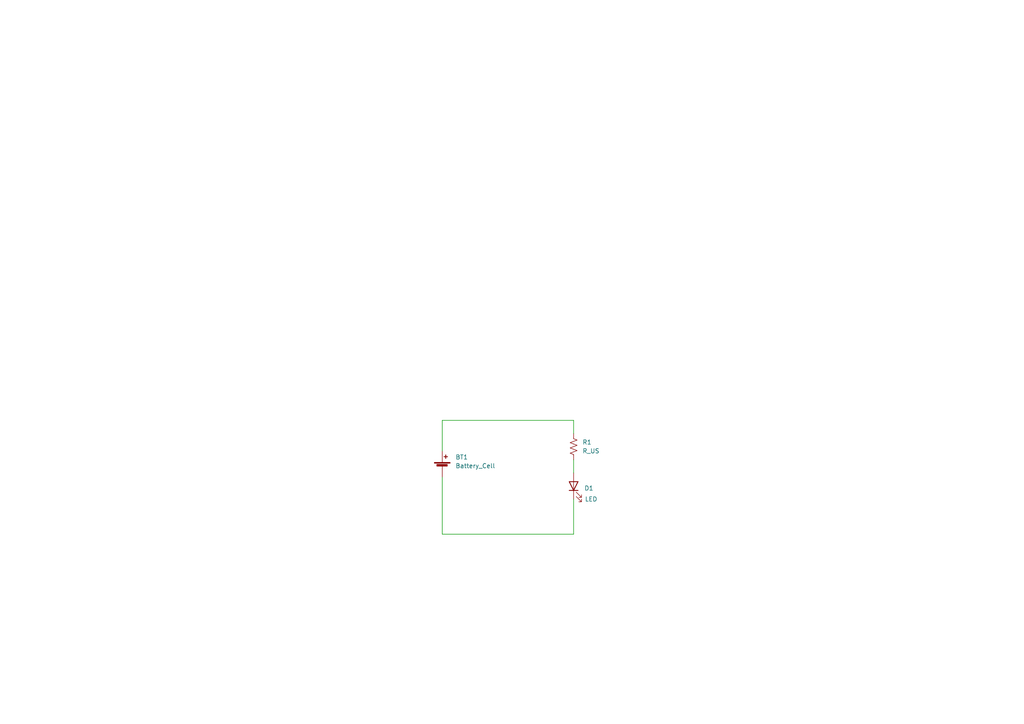
<source format=kicad_sch>
(kicad_sch (version 20211123) (generator eeschema)
  (paper "A4")
  (title_block (title "Лабораторно упражнение 2") (date "2024-10-16") (rev "0") (comment 1 "коментар 1") (comment 2 "коментар 2"))
  (lib_symbols
    (symbol "Device:Battery_Cell" (pin_numbers hide) (pin_names (offset 0) hide)
      (property "Reference" "BT" (at 2.54 2.54 0))
      (property "Value" "Battery_Cell" (at 2.54 0 0))
      (symbol "Battery_Cell_0_1"
        (rectangle (start -2.286 1.778) (end 2.286 1.524) (fill (type outline)))
        (rectangle (start -1.5748 1.1938) (end 1.4732 0.6858) (fill (type outline)))
        (polyline (pts (xy 0 0.762) (xy 0 0)))
        (polyline (pts (xy 0 1.778) (xy 0 2.54)))
        (polyline (pts (xy 0.508 3.429) (xy 1.524 3.429)) (stroke (width 0.254)))
        (polyline (pts (xy 1.016 3.937) (xy 1.016 2.921)) (stroke (width 0.254)))
      )
      (symbol "Battery_Cell_1_1"
        (pin passive line (at 0 5.08 270) (length 2.54) (name "+") (number "1"))
        (pin passive line (at 0 -2.54 90) (length 2.54) (name "-") (number "2"))
      )
    )
    (symbol "Device:LED" (pin_numbers hide) (pin_names (offset 1.016) hide)
      (property "Reference" "D" (at 0 2.54 0))
      (property "Value" "LED" (at 0 -2.54 0))
      (symbol "LED_0_1"
        (polyline (pts (xy -1.27 -1.27) (xy -1.27 1.27)) (stroke (width 0.254)))
        (polyline (pts (xy -1.27 0) (xy 1.27 0)))
        (polyline (pts (xy 1.27 -1.27) (xy 1.27 1.27) (xy -1.27 0) (xy 1.27 -1.27)) (stroke (width 0.254)))
        (polyline (pts (xy -3.048 -0.762) (xy -4.572 -2.286) (xy -3.81 -2.286) (xy -4.572 -2.286) (xy -4.572 -1.524)))
        (polyline (pts (xy -1.778 -0.762) (xy -3.302 -2.286) (xy -2.54 -2.286) (xy -3.302 -2.286) (xy -3.302 -1.524)))
      )
      (symbol "LED_1_1"
        (pin passive line (at -3.81 0 0) (length 2.54) (name "K") (number "1"))
        (pin passive line (at 3.81 0 180) (length 2.54) (name "A") (number "2"))
      )
    )
    (symbol "Device:R_US" (pin_numbers hide) (pin_names (offset 0))
      (property "Reference" "R" (at 2.54 0 90))
      (property "Value" "R_US" (at -2.54 0 90))
      (symbol "R_US_0_1"
        (polyline (pts (xy 0 -2.286) (xy 0 -2.54)))
        (polyline (pts (xy 0 2.286) (xy 0 2.54)))
        (polyline (pts (xy 0 -0.762) (xy 1.016 -1.143) (xy 0 -1.524) (xy -1.016 -1.905) (xy 0 -2.286)))
        (polyline (pts (xy 0 0.762) (xy 1.016 0.381) (xy 0 0) (xy -1.016 -0.381) (xy 0 -0.762)))
        (polyline (pts (xy 0 2.286) (xy 1.016 1.905) (xy 0 1.524) (xy -1.016 1.143) (xy 0 0.762)))
      )
      (symbol "R_US_1_1"
        (pin passive line (at 0 3.81 270) (length 1.27) (name "~") (number "1"))
        (pin passive line (at 0 -3.81 90) (length 1.27) (name "~") (number "2"))
      )
    )
  )
  (wire (pts (xy 166.37 154.94) (xy 166.37 144.78)))
  (wire (pts (xy 166.37 121.92) (xy 128.27 121.92)))
  (wire (pts (xy 128.27 154.94) (xy 166.37 154.94)))
  (wire (pts (xy 128.27 138.43) (xy 128.27 154.94)))
  (wire (pts (xy 128.27 121.92) (xy 128.27 130.81)))
  (wire (pts (xy 166.37 133.35) (xy 166.37 137.16)))
  (wire (pts (xy 166.37 125.73) (xy 166.37 121.92)))
  (symbol (lib_id "Device:LED") (at 166.37 140.97 90) (unit 1)
    (property "Reference" "D1" (at 170.815 141.605 90))
    (property "Value" "LED" (at 171.45 144.78 90))
  )
  (symbol (lib_id "Device:Battery_Cell") (at 128.27 135.89 0) (unit 1)
    (property "Reference" "BT1" (at 132.08 132.5879 0) (effects (justify left)))
    (property "Value" "Battery_Cell" (at 132.08 135.1279 0) (effects (justify left)))
  )
  (symbol (lib_id "Device:R_US") (at 166.37 129.54 0) (unit 1)
    (property "Reference" "R1" (at 168.91 128.2699 0) (effects (justify left)))
    (property "Value" "R_US" (at 168.91 130.8099 0) (effects (justify left)))
  )
)
</source>
